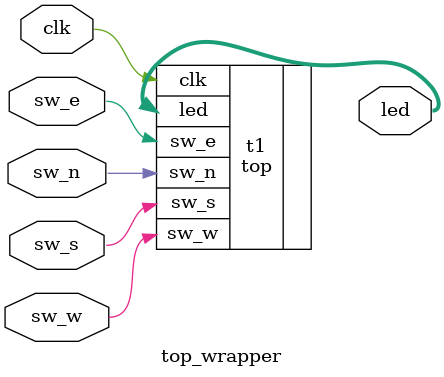
<source format=v>
module top_wrapper(
  input wire clk,
  input wire sw_n,
  input wire sw_e,
  input wire sw_s,
  input wire sw_w,
  output wire [7:0] led
  );

  top t1(
    .sw_n(sw_n),
    .sw_e(sw_e),
    .sw_s(sw_s),
    .sw_w(sw_w),
    .clk(clk),
    .led(led)
    );

endmodule

</source>
